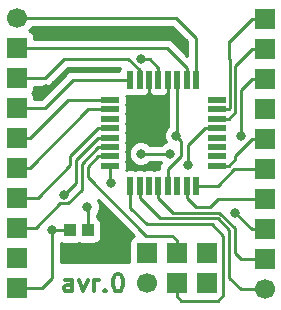
<source format=gbr>
G04 #@! TF.GenerationSoftware,KiCad,Pcbnew,(5.0.0)*
G04 #@! TF.CreationDate,2019-01-30T09:11:06+03:00*
G04 #@! TF.ProjectId,plata_avr,706C6174615F6176722E6B696361645F,rev?*
G04 #@! TF.SameCoordinates,Original*
G04 #@! TF.FileFunction,Copper,L1,Top,Signal*
G04 #@! TF.FilePolarity,Positive*
%FSLAX46Y46*%
G04 Gerber Fmt 4.6, Leading zero omitted, Abs format (unit mm)*
G04 Created by KiCad (PCBNEW (5.0.0)) date 01/30/19 09:11:06*
%MOMM*%
%LPD*%
G01*
G04 APERTURE LIST*
G04 #@! TA.AperFunction,NonConductor*
%ADD10C,0.300000*%
G04 #@! TD*
G04 #@! TA.AperFunction,SMDPad,CuDef*
%ADD11R,0.550000X1.500000*%
G04 #@! TD*
G04 #@! TA.AperFunction,SMDPad,CuDef*
%ADD12R,1.500000X0.550000*%
G04 #@! TD*
G04 #@! TA.AperFunction,SMDPad,CuDef*
%ADD13R,1.000000X1.000000*%
G04 #@! TD*
G04 #@! TA.AperFunction,ComponentPad*
%ADD14C,1.700000*%
G04 #@! TD*
G04 #@! TA.AperFunction,ComponentPad*
%ADD15R,1.700000X1.700000*%
G04 #@! TD*
G04 #@! TA.AperFunction,ViaPad*
%ADD16C,0.800000*%
G04 #@! TD*
G04 #@! TA.AperFunction,Conductor*
%ADD17C,0.250000*%
G04 #@! TD*
G04 #@! TA.AperFunction,Conductor*
%ADD18C,0.254000*%
G04 #@! TD*
G04 APERTURE END LIST*
D10*
X98714285Y-111678571D02*
X98714285Y-110892857D01*
X98642857Y-110750000D01*
X98500000Y-110678571D01*
X98214285Y-110678571D01*
X98071428Y-110750000D01*
X98714285Y-111607142D02*
X98571428Y-111678571D01*
X98214285Y-111678571D01*
X98071428Y-111607142D01*
X98000000Y-111464285D01*
X98000000Y-111321428D01*
X98071428Y-111178571D01*
X98214285Y-111107142D01*
X98571428Y-111107142D01*
X98714285Y-111035714D01*
X99285714Y-110678571D02*
X99642857Y-111678571D01*
X100000000Y-110678571D01*
X100571428Y-111678571D02*
X100571428Y-110678571D01*
X100571428Y-110964285D02*
X100642857Y-110821428D01*
X100714285Y-110750000D01*
X100857142Y-110678571D01*
X101000000Y-110678571D01*
X101500000Y-111535714D02*
X101571428Y-111607142D01*
X101500000Y-111678571D01*
X101428571Y-111607142D01*
X101500000Y-111535714D01*
X101500000Y-111678571D01*
X102500000Y-110178571D02*
X102642857Y-110178571D01*
X102785714Y-110250000D01*
X102857142Y-110321428D01*
X102928571Y-110464285D01*
X103000000Y-110750000D01*
X103000000Y-111107142D01*
X102928571Y-111392857D01*
X102857142Y-111535714D01*
X102785714Y-111607142D01*
X102642857Y-111678571D01*
X102500000Y-111678571D01*
X102357142Y-111607142D01*
X102285714Y-111535714D01*
X102214285Y-111392857D01*
X102142857Y-111107142D01*
X102142857Y-110750000D01*
X102214285Y-110464285D01*
X102285714Y-110321428D01*
X102357142Y-110250000D01*
X102500000Y-110178571D01*
D11*
G04 #@! TO.P,DD1,1*
G04 #@! TO.N,pd3*
X109200000Y-93750000D03*
G04 #@! TO.P,DD1,2*
G04 #@! TO.N,pd4*
X108400000Y-93750000D03*
G04 #@! TO.P,DD1,3*
G04 #@! TO.N,gnd*
X107600000Y-93750000D03*
G04 #@! TO.P,DD1,4*
G04 #@! TO.N,vcc*
X106800000Y-93750000D03*
G04 #@! TO.P,DD1,5*
G04 #@! TO.N,gnd*
X106000000Y-93750000D03*
G04 #@! TO.P,DD1,6*
G04 #@! TO.N,vcc*
X105200000Y-93750000D03*
G04 #@! TO.P,DD1,7*
G04 #@! TO.N,pb6*
X104400000Y-93750000D03*
G04 #@! TO.P,DD1,8*
G04 #@! TO.N,pb7*
X103600000Y-93750000D03*
D12*
G04 #@! TO.P,DD1,9*
G04 #@! TO.N,pd5*
X101900000Y-95450000D03*
G04 #@! TO.P,DD1,10*
G04 #@! TO.N,pd6*
X101900000Y-96250000D03*
G04 #@! TO.P,DD1,11*
G04 #@! TO.N,pd7*
X101900000Y-97050000D03*
G04 #@! TO.P,DD1,12*
G04 #@! TO.N,pb0*
X101900000Y-97850000D03*
G04 #@! TO.P,DD1,13*
G04 #@! TO.N,pb1*
X101900000Y-98650000D03*
G04 #@! TO.P,DD1,14*
G04 #@! TO.N,pb2*
X101900000Y-99450000D03*
G04 #@! TO.P,DD1,15*
G04 #@! TO.N,mosi*
X101900000Y-100250000D03*
G04 #@! TO.P,DD1,16*
G04 #@! TO.N,miso*
X101900000Y-101050000D03*
D11*
G04 #@! TO.P,DD1,17*
G04 #@! TO.N,sck*
X103600000Y-102750000D03*
G04 #@! TO.P,DD1,18*
G04 #@! TO.N,avcc*
X104400000Y-102750000D03*
G04 #@! TO.P,DD1,19*
G04 #@! TO.N,adc6*
X105200000Y-102750000D03*
G04 #@! TO.P,DD1,20*
G04 #@! TO.N,aref*
X106000000Y-102750000D03*
G04 #@! TO.P,DD1,21*
G04 #@! TO.N,gnd*
X106800000Y-102750000D03*
G04 #@! TO.P,DD1,22*
G04 #@! TO.N,adc7*
X107600000Y-102750000D03*
G04 #@! TO.P,DD1,23*
G04 #@! TO.N,pc0*
X108400000Y-102750000D03*
G04 #@! TO.P,DD1,24*
G04 #@! TO.N,pc1*
X109200000Y-102750000D03*
D12*
G04 #@! TO.P,DD1,25*
G04 #@! TO.N,pc2*
X110950000Y-101050000D03*
G04 #@! TO.P,DD1,26*
G04 #@! TO.N,pc3*
X110950000Y-100250000D03*
G04 #@! TO.P,DD1,27*
G04 #@! TO.N,pc4*
X110950000Y-99450000D03*
G04 #@! TO.P,DD1,28*
G04 #@! TO.N,Net-(DD1-Pad28)*
X110950000Y-98650000D03*
G04 #@! TO.P,DD1,29*
G04 #@! TO.N,res*
X110950000Y-97850000D03*
G04 #@! TO.P,DD1,30*
G04 #@! TO.N,rx*
X110950000Y-97050000D03*
G04 #@! TO.P,DD1,31*
G04 #@! TO.N,tx*
X110950000Y-96250000D03*
G04 #@! TO.P,DD1,32*
G04 #@! TO.N,Net-(DD1-Pad32)*
X110950000Y-95450000D03*
G04 #@! TD*
D13*
G04 #@! TO.P,HL1,1*
G04 #@! TO.N,Net-(HL1-Pad1)*
X100000000Y-106500000D03*
G04 #@! TO.P,HL1,2*
G04 #@! TO.N,gnd*
X98500000Y-106500000D03*
G04 #@! TD*
D14*
G04 #@! TO.P,XP1,1*
G04 #@! TO.N,pd3*
X94000000Y-88500000D03*
D15*
G04 #@! TO.P,XP1,2*
G04 #@! TO.N,pd4*
X94000000Y-91040000D03*
G04 #@! TO.P,XP1,3*
G04 #@! TO.N,pb6*
X94000000Y-93580000D03*
G04 #@! TO.P,XP1,4*
G04 #@! TO.N,pb7*
X94000000Y-96120000D03*
G04 #@! TO.P,XP1,5*
G04 #@! TO.N,pd5*
X94000000Y-98660000D03*
G04 #@! TO.P,XP1,6*
G04 #@! TO.N,pd6*
X94000000Y-101200000D03*
G04 #@! TO.P,XP1,7*
G04 #@! TO.N,pb0*
X94000000Y-103740000D03*
G04 #@! TO.P,XP1,8*
G04 #@! TO.N,pb2*
X94000000Y-106280000D03*
G04 #@! TO.P,XP1,9*
G04 #@! TO.N,Ucc*
X94000000Y-108820000D03*
G04 #@! TO.P,XP1,10*
G04 #@! TO.N,gnd*
X94000000Y-111360000D03*
G04 #@! TD*
D14*
G04 #@! TO.P,XP2,1*
G04 #@! TO.N,miso*
X105000000Y-111000000D03*
D15*
G04 #@! TO.P,XP2,3*
G04 #@! TO.N,sck*
X107540000Y-111000000D03*
G04 #@! TO.P,XP2,5*
G04 #@! TO.N,res*
X110080000Y-111000000D03*
G04 #@! TO.P,XP2,2*
G04 #@! TO.N,Net-(VD2-Pad1)*
X105000000Y-108460000D03*
G04 #@! TO.P,XP2,4*
G04 #@! TO.N,mosi*
X107540000Y-108460000D03*
G04 #@! TO.P,XP2,6*
G04 #@! TO.N,gnd*
X110080000Y-108460000D03*
G04 #@! TD*
G04 #@! TO.P,XP3,10*
G04 #@! TO.N,tx*
X115000000Y-88640000D03*
G04 #@! TO.P,XP3,9*
G04 #@! TO.N,rx*
X115000000Y-91180000D03*
G04 #@! TO.P,XP3,8*
G04 #@! TO.N,gnd*
X115000000Y-93720000D03*
G04 #@! TO.P,XP3,7*
G04 #@! TO.N,Ucc*
X115000000Y-96260000D03*
G04 #@! TO.P,XP3,6*
G04 #@! TO.N,pc2*
X115000000Y-98800000D03*
G04 #@! TO.P,XP3,5*
G04 #@! TO.N,pc1*
X115000000Y-101340000D03*
G04 #@! TO.P,XP3,4*
G04 #@! TO.N,pc0*
X115000000Y-103880000D03*
G04 #@! TO.P,XP3,3*
G04 #@! TO.N,gnd*
X115000000Y-106420000D03*
G04 #@! TO.P,XP3,2*
G04 #@! TO.N,aref*
X115000000Y-108960000D03*
D14*
G04 #@! TO.P,XP3,1*
G04 #@! TO.N,avcc*
X115000000Y-111500000D03*
G04 #@! TD*
D16*
G04 #@! TO.N,vcc*
X96500000Y-94500000D03*
X96000000Y-90000000D03*
X104500000Y-90000000D03*
X102500000Y-107500000D03*
X106000000Y-98500000D03*
G04 #@! TO.N,gnd*
X107500000Y-98500000D03*
X104500000Y-92000000D03*
X97000000Y-106500000D03*
X113000000Y-98500000D03*
X112500000Y-105000000D03*
G04 #@! TO.N,pb1*
X98000000Y-103500000D03*
G04 #@! TO.N,miso*
X102000000Y-102500000D03*
G04 #@! TO.N,res*
X108500000Y-101000000D03*
G04 #@! TO.N,Net-(HL1-Pad1)*
X99987340Y-104512660D03*
G04 #@! TO.N,Ucc*
X107000000Y-100000000D03*
X104500000Y-100000000D03*
G04 #@! TD*
D17*
G04 #@! TO.N,vcc*
X105200000Y-97700000D02*
X105200000Y-93750000D01*
X106000000Y-98500000D02*
X105200000Y-97700000D01*
X106000000Y-98500000D02*
X106800000Y-97700000D01*
X106800000Y-97700000D02*
X106800000Y-93750000D01*
G04 #@! TO.N,gnd*
X107600000Y-93750000D02*
X107600000Y-98400000D01*
X107600000Y-98400000D02*
X107500000Y-98500000D01*
X105250000Y-92000000D02*
X104500000Y-92000000D01*
X106000000Y-92750000D02*
X105250000Y-92000000D01*
X106000000Y-93750000D02*
X106000000Y-92750000D01*
X107899999Y-100173003D02*
X106800000Y-101273002D01*
X106800000Y-101273002D02*
X106800000Y-101750000D01*
X107899999Y-98899999D02*
X107899999Y-100173003D01*
X107500000Y-98500000D02*
X107899999Y-98899999D01*
X106800000Y-101750000D02*
X106800000Y-102750000D01*
X96792908Y-106500000D02*
X98500000Y-106500000D01*
X97000000Y-106500000D02*
X96792908Y-106500000D01*
X94000000Y-111360000D02*
X96140000Y-111360000D01*
X97000000Y-110500000D02*
X97000000Y-108000000D01*
X96140000Y-111360000D02*
X97000000Y-110500000D01*
X97000000Y-106500000D02*
X97000000Y-108000000D01*
X113000000Y-94620000D02*
X113000000Y-98500000D01*
X115000000Y-93720000D02*
X113900000Y-93720000D01*
X113900000Y-93720000D02*
X113000000Y-94620000D01*
X112500000Y-105020000D02*
X112500000Y-105000000D01*
X113900000Y-106420000D02*
X112500000Y-105020000D01*
X115000000Y-106420000D02*
X113900000Y-106420000D01*
G04 #@! TO.N,pd3*
X95202081Y-88500000D02*
X94000000Y-88500000D01*
X107500000Y-88500000D02*
X95202081Y-88500000D01*
X109200000Y-90200000D02*
X107500000Y-88500000D01*
X109200000Y-93750000D02*
X109200000Y-90200000D01*
G04 #@! TO.N,pd4*
X95100000Y-91040000D02*
X94000000Y-91040000D01*
X106690000Y-91040000D02*
X95100000Y-91040000D01*
X108400000Y-92750000D02*
X106690000Y-91040000D01*
X108400000Y-93750000D02*
X108400000Y-92750000D01*
G04 #@! TO.N,pb6*
X96420000Y-93580000D02*
X95100000Y-93580000D01*
X95100000Y-93580000D02*
X94000000Y-93580000D01*
X103460002Y-92000000D02*
X98000000Y-92000000D01*
X104400000Y-92939998D02*
X103460002Y-92000000D01*
X104400000Y-93750000D02*
X104400000Y-92939998D01*
X98000000Y-92000000D02*
X96420000Y-93580000D01*
G04 #@! TO.N,pb7*
X103600000Y-93750000D02*
X98750000Y-93750000D01*
X96380000Y-96120000D02*
X94000000Y-96120000D01*
X98750000Y-93750000D02*
X96380000Y-96120000D01*
G04 #@! TO.N,pd5*
X100900000Y-95450000D02*
X101900000Y-95450000D01*
X98310000Y-95450000D02*
X100900000Y-95450000D01*
X95100000Y-98660000D02*
X98310000Y-95450000D01*
X94000000Y-98660000D02*
X95100000Y-98660000D01*
G04 #@! TO.N,pd6*
X100900000Y-96250000D02*
X101900000Y-96250000D01*
X100050000Y-96250000D02*
X100900000Y-96250000D01*
X95100000Y-101200000D02*
X100050000Y-96250000D01*
X94000000Y-101200000D02*
X95100000Y-101200000D01*
G04 #@! TO.N,pb0*
X98549989Y-100950011D02*
X95760000Y-103740000D01*
X95760000Y-103740000D02*
X95100000Y-103740000D01*
X95100000Y-103740000D02*
X94000000Y-103740000D01*
X98549989Y-100200011D02*
X98549989Y-100950011D01*
X101900000Y-97850000D02*
X100900000Y-97850000D01*
X100900000Y-97850000D02*
X98549989Y-100200011D01*
G04 #@! TO.N,pb1*
X100900000Y-98650000D02*
X99000000Y-100550000D01*
X101900000Y-98650000D02*
X100900000Y-98650000D01*
X99000000Y-102500000D02*
X98000000Y-103500000D01*
X99000000Y-100550000D02*
X99000000Y-102500000D01*
G04 #@! TO.N,pb2*
X99500000Y-103073004D02*
X99500000Y-100850000D01*
X98348002Y-104225002D02*
X99500000Y-103073004D01*
X99500000Y-100850000D02*
X100900000Y-99450000D01*
X97651998Y-104225002D02*
X98348002Y-104225002D01*
X100900000Y-99450000D02*
X101900000Y-99450000D01*
X95597000Y-106280000D02*
X97651998Y-104225002D01*
X94000000Y-106280000D02*
X95597000Y-106280000D01*
G04 #@! TO.N,mosi*
X100000000Y-101150000D02*
X100900000Y-100250000D01*
X100000000Y-102000000D02*
X100000000Y-101150000D01*
X107540000Y-107360000D02*
X107130011Y-106950011D01*
X104950011Y-106950011D02*
X100000000Y-102000000D01*
X107130011Y-106950011D02*
X104950011Y-106950011D01*
X107540000Y-108460000D02*
X107540000Y-107360000D01*
X100900000Y-100250000D02*
X101900000Y-100250000D01*
G04 #@! TO.N,miso*
X101900000Y-101050000D02*
X101900000Y-102400000D01*
X101900000Y-102400000D02*
X102000000Y-102500000D01*
G04 #@! TO.N,sck*
X103600000Y-104600000D02*
X103600000Y-102750000D01*
X105000000Y-106000000D02*
X103600000Y-104600000D01*
X110500000Y-106000000D02*
X105000000Y-106000000D01*
X107540000Y-112100000D02*
X107940000Y-112500000D01*
X107540000Y-111000000D02*
X107540000Y-112100000D01*
X111000000Y-112500000D02*
X111500000Y-112000000D01*
X111500000Y-112000000D02*
X111500000Y-107000000D01*
X107940000Y-112500000D02*
X111000000Y-112500000D01*
X111500000Y-107000000D02*
X110500000Y-106000000D01*
G04 #@! TO.N,avcc*
X113000000Y-111500000D02*
X115000000Y-111500000D01*
X111000000Y-105500000D02*
X112000000Y-106500000D01*
X112000000Y-106500000D02*
X112000000Y-110000000D01*
X112000000Y-110000000D02*
X112000000Y-110500000D01*
X106150000Y-105500000D02*
X111000000Y-105500000D01*
X104400000Y-103750000D02*
X106150000Y-105500000D01*
X104400000Y-102750000D02*
X104400000Y-103750000D01*
X112000000Y-110500000D02*
X113000000Y-111500000D01*
G04 #@! TO.N,aref*
X112450011Y-106313600D02*
X112450011Y-107500000D01*
X112960000Y-108960000D02*
X112450011Y-108450011D01*
X112450011Y-108450011D02*
X112450011Y-107500000D01*
X115000000Y-108960000D02*
X112960000Y-108960000D01*
X111136410Y-105000000D02*
X112450011Y-106313600D01*
X106000000Y-102750000D02*
X106000000Y-103750000D01*
X107250000Y-105000000D02*
X111136410Y-105000000D01*
X106000000Y-103750000D02*
X107250000Y-105000000D01*
G04 #@! TO.N,pc0*
X108400000Y-103750000D02*
X109150000Y-104500000D01*
X108400000Y-102750000D02*
X108400000Y-103750000D01*
X109150000Y-104500000D02*
X110380000Y-104500000D01*
X111000000Y-103880000D02*
X110380000Y-104500000D01*
X115000000Y-103880000D02*
X111000000Y-103880000D01*
G04 #@! TO.N,pc1*
X109200000Y-102750000D02*
X110990000Y-102750000D01*
X112400000Y-101340000D02*
X111000000Y-102740000D01*
X115000000Y-101340000D02*
X112400000Y-101340000D01*
X110990000Y-102750000D02*
X111000000Y-102740000D01*
G04 #@! TO.N,pc2*
X111950000Y-101050000D02*
X112500000Y-100500000D01*
X110950000Y-101050000D02*
X111950000Y-101050000D01*
X112500000Y-100200000D02*
X112500000Y-100500000D01*
X113900000Y-98800000D02*
X112500000Y-100200000D01*
X115000000Y-98800000D02*
X113900000Y-98800000D01*
G04 #@! TO.N,res*
X110950000Y-97850000D02*
X109950000Y-97850000D01*
X108500000Y-100434315D02*
X108500000Y-101000000D01*
X108500000Y-99300000D02*
X108500000Y-100434315D01*
X109950000Y-97850000D02*
X108500000Y-99300000D01*
G04 #@! TO.N,rx*
X110950000Y-97050000D02*
X111950000Y-97050000D01*
X111950000Y-97050000D02*
X112500000Y-96500000D01*
X112500000Y-92580000D02*
X112500000Y-93000000D01*
X113900000Y-91180000D02*
X112500000Y-92580000D01*
X115000000Y-91180000D02*
X113900000Y-91180000D01*
X112500000Y-96500000D02*
X112500000Y-93000000D01*
G04 #@! TO.N,tx*
X112025001Y-96174999D02*
X112025001Y-92025001D01*
X110950000Y-96250000D02*
X111950000Y-96250000D01*
X111950000Y-96250000D02*
X112025001Y-96174999D01*
X112025001Y-92025001D02*
X112000000Y-92000000D01*
X112040000Y-90500000D02*
X112000000Y-90500000D01*
X113900000Y-88640000D02*
X112040000Y-90500000D01*
X115000000Y-88640000D02*
X113900000Y-88640000D01*
X112000000Y-92000000D02*
X112000000Y-90500000D01*
G04 #@! TO.N,Net-(HL1-Pad1)*
X100000000Y-106500000D02*
X100000000Y-104525320D01*
X100000000Y-104525320D02*
X99987340Y-104512660D01*
G04 #@! TO.N,Ucc*
X107000000Y-100000000D02*
X104500000Y-100000000D01*
G04 #@! TD*
D18*
G04 #@! TO.N,vcc*
G36*
X103931266Y-107006068D02*
X103902235Y-107011843D01*
X103692191Y-107152191D01*
X103551843Y-107362235D01*
X103502560Y-107610000D01*
X103502560Y-109210000D01*
X97760000Y-109210000D01*
X97760000Y-107599702D01*
X98000000Y-107647440D01*
X99000000Y-107647440D01*
X99247765Y-107598157D01*
X99250000Y-107596664D01*
X99252235Y-107598157D01*
X99500000Y-107647440D01*
X100500000Y-107647440D01*
X100747765Y-107598157D01*
X100957809Y-107457809D01*
X101098157Y-107247765D01*
X101147440Y-107000000D01*
X101147440Y-106000000D01*
X101098157Y-105752235D01*
X100957809Y-105542191D01*
X100760000Y-105410018D01*
X100760000Y-105203711D01*
X100864771Y-105098940D01*
X101022340Y-104718534D01*
X101022340Y-104306786D01*
X100874099Y-103948901D01*
X103931266Y-107006068D01*
X103931266Y-107006068D01*
G37*
X103931266Y-107006068D02*
X103902235Y-107011843D01*
X103692191Y-107152191D01*
X103551843Y-107362235D01*
X103502560Y-107610000D01*
X103502560Y-109210000D01*
X97760000Y-109210000D01*
X97760000Y-107599702D01*
X98000000Y-107647440D01*
X99000000Y-107647440D01*
X99247765Y-107598157D01*
X99250000Y-107596664D01*
X99252235Y-107598157D01*
X99500000Y-107647440D01*
X100500000Y-107647440D01*
X100747765Y-107598157D01*
X100957809Y-107457809D01*
X101098157Y-107247765D01*
X101147440Y-107000000D01*
X101147440Y-106000000D01*
X101098157Y-105752235D01*
X100957809Y-105542191D01*
X100760000Y-105410018D01*
X100760000Y-105203711D01*
X100864771Y-105098940D01*
X101022340Y-104718534D01*
X101022340Y-104306786D01*
X100874099Y-103948901D01*
X103931266Y-107006068D01*
G36*
X106840000Y-94917115D02*
X106840001Y-97696288D01*
X106622569Y-97913720D01*
X106465000Y-98294126D01*
X106465000Y-98705874D01*
X106604814Y-99043415D01*
X106413720Y-99122569D01*
X106296289Y-99240000D01*
X105203711Y-99240000D01*
X105086280Y-99122569D01*
X104705874Y-98965000D01*
X104294126Y-98965000D01*
X103913720Y-99122569D01*
X103622569Y-99413720D01*
X103465000Y-99794126D01*
X103465000Y-100205874D01*
X103622569Y-100586280D01*
X103913720Y-100877431D01*
X104294126Y-101035000D01*
X104705874Y-101035000D01*
X105086280Y-100877431D01*
X105203711Y-100760000D01*
X106228734Y-100760000D01*
X106084096Y-100976466D01*
X106040000Y-101198151D01*
X106040000Y-101198155D01*
X106025112Y-101273002D01*
X106040000Y-101347849D01*
X106040000Y-101352560D01*
X105725000Y-101352560D01*
X105600000Y-101377424D01*
X105475000Y-101352560D01*
X104925000Y-101352560D01*
X104800000Y-101377424D01*
X104675000Y-101352560D01*
X104125000Y-101352560D01*
X104000000Y-101377424D01*
X103875000Y-101352560D01*
X103325000Y-101352560D01*
X103290597Y-101359403D01*
X103297440Y-101325000D01*
X103297440Y-100775000D01*
X103272576Y-100650000D01*
X103297440Y-100525000D01*
X103297440Y-99975000D01*
X103272576Y-99850000D01*
X103297440Y-99725000D01*
X103297440Y-99175000D01*
X103272576Y-99050000D01*
X103297440Y-98925000D01*
X103297440Y-98375000D01*
X103272576Y-98250000D01*
X103297440Y-98125000D01*
X103297440Y-97575000D01*
X103272576Y-97450000D01*
X103297440Y-97325000D01*
X103297440Y-96775000D01*
X103272576Y-96650000D01*
X103297440Y-96525000D01*
X103297440Y-95975000D01*
X103272576Y-95850000D01*
X103297440Y-95725000D01*
X103297440Y-95175000D01*
X103290597Y-95140597D01*
X103325000Y-95147440D01*
X103875000Y-95147440D01*
X104000000Y-95122576D01*
X104125000Y-95147440D01*
X104675000Y-95147440D01*
X104778852Y-95126783D01*
X104798690Y-95135000D01*
X104914250Y-95135000D01*
X105008138Y-95041112D01*
X105132809Y-94957809D01*
X105200000Y-94857251D01*
X105267191Y-94957809D01*
X105391862Y-95041112D01*
X105485750Y-95135000D01*
X105601310Y-95135000D01*
X105621148Y-95126783D01*
X105725000Y-95147440D01*
X106275000Y-95147440D01*
X106378852Y-95126783D01*
X106398690Y-95135000D01*
X106514250Y-95135000D01*
X106608138Y-95041112D01*
X106732809Y-94957809D01*
X106800000Y-94857251D01*
X106840000Y-94917115D01*
X106840000Y-94917115D01*
G37*
X106840000Y-94917115D02*
X106840001Y-97696288D01*
X106622569Y-97913720D01*
X106465000Y-98294126D01*
X106465000Y-98705874D01*
X106604814Y-99043415D01*
X106413720Y-99122569D01*
X106296289Y-99240000D01*
X105203711Y-99240000D01*
X105086280Y-99122569D01*
X104705874Y-98965000D01*
X104294126Y-98965000D01*
X103913720Y-99122569D01*
X103622569Y-99413720D01*
X103465000Y-99794126D01*
X103465000Y-100205874D01*
X103622569Y-100586280D01*
X103913720Y-100877431D01*
X104294126Y-101035000D01*
X104705874Y-101035000D01*
X105086280Y-100877431D01*
X105203711Y-100760000D01*
X106228734Y-100760000D01*
X106084096Y-100976466D01*
X106040000Y-101198151D01*
X106040000Y-101198155D01*
X106025112Y-101273002D01*
X106040000Y-101347849D01*
X106040000Y-101352560D01*
X105725000Y-101352560D01*
X105600000Y-101377424D01*
X105475000Y-101352560D01*
X104925000Y-101352560D01*
X104800000Y-101377424D01*
X104675000Y-101352560D01*
X104125000Y-101352560D01*
X104000000Y-101377424D01*
X103875000Y-101352560D01*
X103325000Y-101352560D01*
X103290597Y-101359403D01*
X103297440Y-101325000D01*
X103297440Y-100775000D01*
X103272576Y-100650000D01*
X103297440Y-100525000D01*
X103297440Y-99975000D01*
X103272576Y-99850000D01*
X103297440Y-99725000D01*
X103297440Y-99175000D01*
X103272576Y-99050000D01*
X103297440Y-98925000D01*
X103297440Y-98375000D01*
X103272576Y-98250000D01*
X103297440Y-98125000D01*
X103297440Y-97575000D01*
X103272576Y-97450000D01*
X103297440Y-97325000D01*
X103297440Y-96775000D01*
X103272576Y-96650000D01*
X103297440Y-96525000D01*
X103297440Y-95975000D01*
X103272576Y-95850000D01*
X103297440Y-95725000D01*
X103297440Y-95175000D01*
X103290597Y-95140597D01*
X103325000Y-95147440D01*
X103875000Y-95147440D01*
X104000000Y-95122576D01*
X104125000Y-95147440D01*
X104675000Y-95147440D01*
X104778852Y-95126783D01*
X104798690Y-95135000D01*
X104914250Y-95135000D01*
X105008138Y-95041112D01*
X105132809Y-94957809D01*
X105200000Y-94857251D01*
X105267191Y-94957809D01*
X105391862Y-95041112D01*
X105485750Y-95135000D01*
X105601310Y-95135000D01*
X105621148Y-95126783D01*
X105725000Y-95147440D01*
X106275000Y-95147440D01*
X106378852Y-95126783D01*
X106398690Y-95135000D01*
X106514250Y-95135000D01*
X106608138Y-95041112D01*
X106732809Y-94957809D01*
X106800000Y-94857251D01*
X106840000Y-94917115D01*
G36*
X102679549Y-92990000D02*
X98824846Y-92990000D01*
X98749999Y-92975112D01*
X98675152Y-92990000D01*
X98675148Y-92990000D01*
X98453463Y-93034096D01*
X98202071Y-93202071D01*
X98159671Y-93265527D01*
X96065199Y-95360000D01*
X95497440Y-95360000D01*
X95497440Y-95270000D01*
X95448157Y-95022235D01*
X95333072Y-94850000D01*
X95448157Y-94677765D01*
X95497440Y-94430000D01*
X95497440Y-94340000D01*
X96345153Y-94340000D01*
X96420000Y-94354888D01*
X96494847Y-94340000D01*
X96494852Y-94340000D01*
X96716537Y-94295904D01*
X96967929Y-94127929D01*
X97010331Y-94064470D01*
X98314803Y-92760000D01*
X102725298Y-92760000D01*
X102679549Y-92990000D01*
X102679549Y-92990000D01*
G37*
X102679549Y-92990000D02*
X98824846Y-92990000D01*
X98749999Y-92975112D01*
X98675152Y-92990000D01*
X98675148Y-92990000D01*
X98453463Y-93034096D01*
X98202071Y-93202071D01*
X98159671Y-93265527D01*
X96065199Y-95360000D01*
X95497440Y-95360000D01*
X95497440Y-95270000D01*
X95448157Y-95022235D01*
X95333072Y-94850000D01*
X95448157Y-94677765D01*
X95497440Y-94430000D01*
X95497440Y-94340000D01*
X96345153Y-94340000D01*
X96420000Y-94354888D01*
X96494847Y-94340000D01*
X96494852Y-94340000D01*
X96716537Y-94295904D01*
X96967929Y-94127929D01*
X97010331Y-94064470D01*
X98314803Y-92760000D01*
X102725298Y-92760000D01*
X102679549Y-92990000D01*
G36*
X108440001Y-90514803D02*
X108440001Y-91715199D01*
X107280331Y-90555530D01*
X107237929Y-90492071D01*
X106986537Y-90324096D01*
X106764852Y-90280000D01*
X106764847Y-90280000D01*
X106690000Y-90265112D01*
X106615153Y-90280000D01*
X95497440Y-90280000D01*
X95497440Y-90190000D01*
X95448157Y-89942235D01*
X95307809Y-89732191D01*
X95097765Y-89591843D01*
X95023113Y-89576994D01*
X95258922Y-89341185D01*
X95292550Y-89260000D01*
X107185199Y-89260000D01*
X108440001Y-90514803D01*
X108440001Y-90514803D01*
G37*
X108440001Y-90514803D02*
X108440001Y-91715199D01*
X107280331Y-90555530D01*
X107237929Y-90492071D01*
X106986537Y-90324096D01*
X106764852Y-90280000D01*
X106764847Y-90280000D01*
X106690000Y-90265112D01*
X106615153Y-90280000D01*
X95497440Y-90280000D01*
X95497440Y-90190000D01*
X95448157Y-89942235D01*
X95307809Y-89732191D01*
X95097765Y-89591843D01*
X95023113Y-89576994D01*
X95258922Y-89341185D01*
X95292550Y-89260000D01*
X107185199Y-89260000D01*
X108440001Y-90514803D01*
G04 #@! TD*
M02*

</source>
